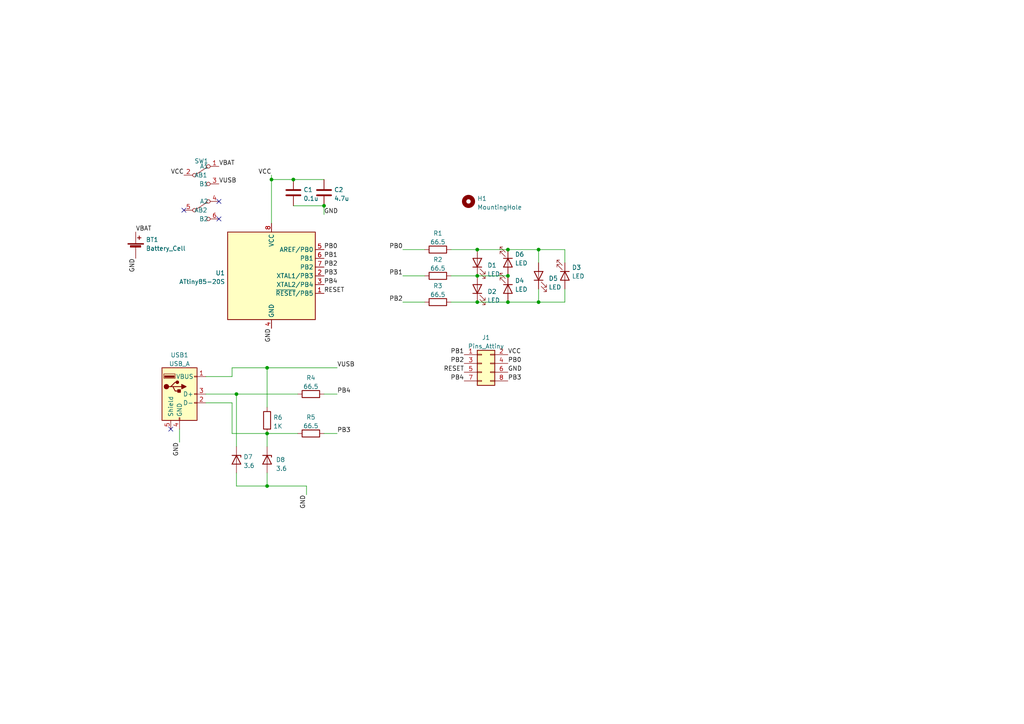
<source format=kicad_sch>
(kicad_sch (version 20230121) (generator eeschema)
  (paper "A4")
  (title_block (date "2023-10-08"))
  (lib_symbols
    (symbol "Connector:USB_A" (pin_names (offset 1.016))
      (property "Reference" "J" (at -5.08 11.43 0))
      (property "Value" "USB_A" (at -5.08 8.89 0))
      (symbol "USB_A_0_1"
        (rectangle (start -5.08 -7.62) (end 5.08 7.62) (stroke (width 0.254)) (fill (type background)))
        (circle (center -3.81 2.159) (radius 0.635) (stroke (width 0.254)) (fill (type outline)))
        (rectangle (start -1.524 4.826) (end -4.318 5.334) (fill (type outline)))
        (rectangle (start -1.27 4.572) (end -4.572 5.842))
        (circle (center -0.635 3.429) (radius 0.381) (stroke (width 0.254)) (fill (type outline)))
        (rectangle (start -0.127 -7.62) (end 0.127 -6.858))
        (polyline (pts (xy -3.175 2.159) (xy -2.54 2.159) (xy -1.27 3.429) (xy -0.635 3.429)) (stroke (width 0.254)))
        (polyline (pts (xy -2.54 2.159) (xy -1.905 2.159) (xy -1.27 0.889) (xy 0 0.889)) (stroke (width 0.254)))
        (polyline (pts (xy 0.635 2.794) (xy 0.635 1.524) (xy 1.905 2.159) (xy 0.635 2.794)) (stroke (width 0.254)) (fill (type outline)))
        (rectangle (start 0.254 1.27) (end -0.508 0.508) (stroke (width 0.254)) (fill (type outline)))
        (rectangle (start 5.08 -2.667) (end 4.318 -2.413))
        (rectangle (start 5.08 -0.127) (end 4.318 0.127))
        (rectangle (start 5.08 4.953) (end 4.318 5.207))
      )
      (symbol "USB_A_1_1"
        (polyline (pts (xy -1.905 2.159) (xy 0.635 2.159)) (stroke (width 0.254)))
        (pin power_in line (at 7.62 5.08 180) (length 2.54) (name "VBUS") (number "1"))
        (pin bidirectional line (at 7.62 -2.54 180) (length 2.54) (name "D-") (number "2"))
        (pin bidirectional line (at 7.62 0 180) (length 2.54) (name "D+") (number "3"))
        (pin power_in line (at 0 -10.16 90) (length 2.54) (name "GND") (number "4"))
        (pin passive line (at -2.54 -10.16 90) (length 2.54) (name "Shield") (number "5"))
      )
    )
    (symbol "Connector_Generic:Conn_02x04_Odd_Even" (pin_names (offset 1.016) hide)
      (property "Reference" "J" (at 1.27 5.08 0))
      (property "Value" "Conn_02x04_Odd_Even" (at 1.27 -7.62 0))
      (symbol "Conn_02x04_Odd_Even_1_1"
        (rectangle (start -1.27 -4.953) (end 0 -5.207) (stroke (width 0.1524)))
        (rectangle (start -1.27 -2.413) (end 0 -2.667) (stroke (width 0.1524)))
        (rectangle (start -1.27 0.127) (end 0 -0.127) (stroke (width 0.1524)))
        (rectangle (start -1.27 2.667) (end 0 2.413) (stroke (width 0.1524)))
        (rectangle (start -1.27 3.81) (end 3.81 -6.35) (stroke (width 0.254)) (fill (type background)))
        (rectangle (start 3.81 -4.953) (end 2.54 -5.207) (stroke (width 0.1524)))
        (rectangle (start 3.81 -2.413) (end 2.54 -2.667) (stroke (width 0.1524)))
        (rectangle (start 3.81 0.127) (end 2.54 -0.127) (stroke (width 0.1524)))
        (rectangle (start 3.81 2.667) (end 2.54 2.413) (stroke (width 0.1524)))
        (pin passive line (at -5.08 2.54 0) (length 3.81) (name "Pin_1") (number "1"))
        (pin passive line (at 7.62 2.54 180) (length 3.81) (name "Pin_2") (number "2"))
        (pin passive line (at -5.08 0 0) (length 3.81) (name "Pin_3") (number "3"))
        (pin passive line (at 7.62 0 180) (length 3.81) (name "Pin_4") (number "4"))
        (pin passive line (at -5.08 -2.54 0) (length 3.81) (name "Pin_5") (number "5"))
        (pin passive line (at 7.62 -2.54 180) (length 3.81) (name "Pin_6") (number "6"))
        (pin passive line (at -5.08 -5.08 0) (length 3.81) (name "Pin_7") (number "7"))
        (pin passive line (at 7.62 -5.08 180) (length 3.81) (name "Pin_8") (number "8"))
      )
    )
    (symbol "Device:Battery_Cell" (pin_numbers hide) (pin_names (offset 0) hide)
      (property "Reference" "BT" (at 2.54 2.54 0))
      (property "Value" "Battery_Cell" (at 2.54 0 0))
      (symbol "Battery_Cell_0_1"
        (rectangle (start -2.286 1.778) (end 2.286 1.524) (fill (type outline)))
        (rectangle (start -1.5748 1.1938) (end 1.4732 0.6858) (fill (type outline)))
        (polyline (pts (xy 0 0.762) (xy 0 0)))
        (polyline (pts (xy 0 1.778) (xy 0 2.54)))
        (polyline (pts (xy 0.508 3.429) (xy 1.524 3.429)) (stroke (width 0.254)))
        (polyline (pts (xy 1.016 3.937) (xy 1.016 2.921)) (stroke (width 0.254)))
      )
      (symbol "Battery_Cell_1_1"
        (pin passive line (at 0 5.08 270) (length 2.54) (name "+") (number "1"))
        (pin passive line (at 0 -2.54 90) (length 2.54) (name "-") (number "2"))
      )
    )
    (symbol "Device:C" (pin_numbers hide) (pin_names (offset 0.254))
      (property "Reference" "C" (at 0.635 2.54 0))
      (property "Value" "C" (at 0.635 -2.54 0))
      (symbol "C_0_1"
        (polyline (pts (xy -2.032 -0.762) (xy 2.032 -0.762)) (stroke (width 0.508)))
        (polyline (pts (xy -2.032 0.762) (xy 2.032 0.762)) (stroke (width 0.508)))
      )
      (symbol "C_1_1"
        (pin passive line (at 0 3.81 270) (length 2.794) (name "~") (number "1"))
        (pin passive line (at 0 -3.81 90) (length 2.794) (name "~") (number "2"))
      )
    )
    (symbol "Device:D_Zener" (pin_numbers hide) (pin_names (offset 1.016) hide)
      (property "Reference" "D" (at 0 2.54 0))
      (property "Value" "D_Zener" (at 0 -2.54 0))
      (symbol "D_Zener_0_1"
        (polyline (pts (xy 1.27 0) (xy -1.27 0)))
        (polyline (pts (xy -1.27 -1.27) (xy -1.27 1.27) (xy -0.762 1.27)) (stroke (width 0.254)))
        (polyline (pts (xy 1.27 -1.27) (xy 1.27 1.27) (xy -1.27 0) (xy 1.27 -1.27)) (stroke (width 0.254)))
      )
      (symbol "D_Zener_1_1"
        (pin passive line (at -3.81 0 0) (length 2.54) (name "K") (number "1"))
        (pin passive line (at 3.81 0 180) (length 2.54) (name "A") (number "2"))
      )
    )
    (symbol "Device:LED" (pin_numbers hide) (pin_names (offset 1.016) hide)
      (property "Reference" "D" (at 0 2.54 0))
      (property "Value" "LED" (at 0 -2.54 0))
      (symbol "LED_0_1"
        (polyline (pts (xy -1.27 -1.27) (xy -1.27 1.27)) (stroke (width 0.254)))
        (polyline (pts (xy -1.27 0) (xy 1.27 0)))
        (polyline (pts (xy 1.27 -1.27) (xy 1.27 1.27) (xy -1.27 0) (xy 1.27 -1.27)) (stroke (width 0.254)))
        (polyline (pts (xy -3.048 -0.762) (xy -4.572 -2.286) (xy -3.81 -2.286) (xy -4.572 -2.286) (xy -4.572 -1.524)))
        (polyline (pts (xy -1.778 -0.762) (xy -3.302 -2.286) (xy -2.54 -2.286) (xy -3.302 -2.286) (xy -3.302 -1.524)))
      )
      (symbol "LED_1_1"
        (pin passive line (at -3.81 0 0) (length 2.54) (name "K") (number "1"))
        (pin passive line (at 3.81 0 180) (length 2.54) (name "A") (number "2"))
      )
    )
    (symbol "Device:R" (pin_numbers hide) (pin_names (offset 0))
      (property "Reference" "R" (at 2.032 0 90))
      (property "Value" "R" (at 0 0 90))
      (symbol "R_0_1"
        (rectangle (start -1.016 -2.54) (end 1.016 2.54) (stroke (width 0.254)))
      )
      (symbol "R_1_1"
        (pin passive line (at 0 3.81 270) (length 1.27) (name "~") (number "1"))
        (pin passive line (at 0 -3.81 90) (length 1.27) (name "~") (number "2"))
      )
    )
    (symbol "MCU_Microchip_ATtiny:ATtiny85-20S"
      (property "Reference" "U" (at -12.7 13.97 0))
      (property "Value" "ATtiny85-20S" (at 2.54 -13.97 0))
      (symbol "ATtiny85-20S_0_1"
        (rectangle (start -12.7 -12.7) (end 12.7 12.7) (stroke (width 0.254)) (fill (type background)))
      )
      (symbol "ATtiny85-20S_1_1"
        (pin bidirectional line (at 15.24 -5.08 180) (length 2.54) (name "~{RESET}/PB5") (number "1"))
        (pin bidirectional line (at 15.24 0 180) (length 2.54) (name "XTAL1/PB3") (number "2"))
        (pin bidirectional line (at 15.24 -2.54 180) (length 2.54) (name "XTAL2/PB4") (number "3"))
        (pin power_in line (at 0 -15.24 90) (length 2.54) (name "GND") (number "4"))
        (pin bidirectional line (at 15.24 7.62 180) (length 2.54) (name "AREF/PB0") (number "5"))
        (pin bidirectional line (at 15.24 5.08 180) (length 2.54) (name "PB1") (number "6"))
        (pin bidirectional line (at 15.24 2.54 180) (length 2.54) (name "PB2") (number "7"))
        (pin power_in line (at 0 15.24 270) (length 2.54) (name "VCC") (number "8"))
      )
    )
    (symbol "Mechanical:MountingHole" (pin_names (offset 1.016))
      (property "Reference" "H" (at 0 5.08 0))
      (property "Value" "MountingHole" (at 0 3.175 0))
      (symbol "MountingHole_0_1"
        (circle (center 0 0) (radius 1.27) (stroke (width 1.27)))
      )
    )
    (symbol "hacrafu:DPDT"
      (property "Reference" "SW?" (at 0 1.27 0))
      (property "Value" "DPDT" (at 0 -1.27 0))
      (symbol "DPDT_0_0"
        (circle (center -3.302 -17.78) (radius 0.508))
        (circle (center -3.302 -7.62) (radius 0.508))
        (circle (center 0.762 -20.32) (radius 0.508))
        (circle (center 0.762 -10.16) (radius 0.508))
      )
      (symbol "DPDT_0_1"
        (polyline (pts (xy -2.794 -17.526) (xy 0.381 -15.494)))
        (polyline (pts (xy -2.794 -7.366) (xy 0.381 -5.334)))
        (circle (center 0.762 -15.24) (radius 0.508))
        (circle (center 0.762 -5.08) (radius 0.508))
      )
      (symbol "DPDT_1_1"
        (pin passive line (at 3.81 -5.08 180) (length 2.54) (name "A1") (number "1"))
        (pin passive line (at -6.35 -7.62 0) (length 2.54) (name "AB1") (number "2"))
        (pin passive line (at 3.81 -10.16 180) (length 2.54) (name "B1") (number "3"))
        (pin passive line (at 3.81 -15.24 180) (length 2.54) (name "A2") (number "4"))
        (pin passive line (at -6.35 -17.78 0) (length 2.54) (name "AB2") (number "5"))
        (pin passive line (at 3.81 -20.32 180) (length 2.54) (name "B2") (number "6"))
      )
    )
  )
  (junction (at 68.58 114.3))
  (junction (at 85.09 52.07))
  (junction (at 93.98 59.69))
  (junction (at 77.47 106.68))
  (junction (at 156.21 72.39))
  (junction (at 77.47 140.97))
  (junction (at 77.47 125.73))
  (junction (at 147.32 72.39))
  (junction (at 156.21 87.63))
  (junction (at 138.43 72.39))
  (junction (at 138.43 87.63))
  (junction (at 147.32 87.63))
  (junction (at 138.43 80.01))
  (junction (at 147.32 80.01))
  (junction (at 78.74 52.07))
  (no_connect (at 53.34 60.96))
  (no_connect (at 63.5 58.42))
  (no_connect (at 63.5 63.5))
  (no_connect (at 49.53 124.46))
  (wire (pts (xy 156.21 72.39) (xy 163.83 72.39)))
  (wire (pts (xy 77.47 106.68) (xy 97.79 106.68)))
  (wire (pts (xy 138.43 87.63) (xy 147.32 87.63)))
  (wire (pts (xy 147.32 72.39) (xy 156.21 72.39)))
  (wire (pts (xy 156.21 72.39) (xy 156.21 76.2)))
  (wire (pts (xy 130.81 80.01) (xy 138.43 80.01)))
  (wire (pts (xy 77.47 125.73) (xy 86.36 125.73)))
  (wire (pts (xy 130.81 87.63) (xy 138.43 87.63)))
  (wire (pts (xy 88.9 140.97) (xy 88.9 143.51)))
  (wire (pts (xy 67.31 106.68) (xy 67.31 109.22)))
  (wire (pts (xy 163.83 72.39) (xy 163.83 76.2)))
  (wire (pts (xy 93.98 114.3) (xy 97.79 114.3)))
  (wire (pts (xy 93.98 59.69) (xy 93.98 62.23)))
  (wire (pts (xy 116.84 80.01) (xy 123.19 80.01)))
  (wire (pts (xy 156.21 83.82) (xy 156.21 87.63)))
  (wire (pts (xy 68.58 140.97) (xy 77.47 140.97)))
  (wire (pts (xy 116.84 72.39) (xy 123.19 72.39)))
  (wire (pts (xy 93.98 125.73) (xy 97.79 125.73)))
  (wire (pts (xy 138.43 72.39) (xy 147.32 72.39)))
  (wire (pts (xy 59.69 114.3) (xy 68.58 114.3)))
  (wire (pts (xy 78.74 50.8) (xy 78.74 52.07)))
  (wire (pts (xy 77.47 137.16) (xy 77.47 140.97)))
  (wire (pts (xy 52.07 128.27) (xy 52.07 124.46)))
  (wire (pts (xy 67.31 125.73) (xy 67.31 116.84)))
  (wire (pts (xy 163.83 83.82) (xy 163.83 87.63)))
  (wire (pts (xy 67.31 109.22) (xy 59.69 109.22)))
  (wire (pts (xy 68.58 114.3) (xy 86.36 114.3)))
  (wire (pts (xy 77.47 129.54) (xy 77.47 125.73)))
  (wire (pts (xy 77.47 140.97) (xy 88.9 140.97)))
  (wire (pts (xy 156.21 87.63) (xy 163.83 87.63)))
  (wire (pts (xy 68.58 137.16) (xy 68.58 140.97)))
  (wire (pts (xy 77.47 125.73) (xy 67.31 125.73)))
  (wire (pts (xy 59.69 116.84) (xy 67.31 116.84)))
  (wire (pts (xy 78.74 52.07) (xy 85.09 52.07)))
  (wire (pts (xy 147.32 87.63) (xy 156.21 87.63)))
  (wire (pts (xy 67.31 106.68) (xy 77.47 106.68)))
  (wire (pts (xy 138.43 80.01) (xy 147.32 80.01)))
  (wire (pts (xy 77.47 106.68) (xy 77.47 118.11)))
  (wire (pts (xy 130.81 72.39) (xy 138.43 72.39)))
  (wire (pts (xy 85.09 59.69) (xy 93.98 59.69)))
  (wire (pts (xy 68.58 114.3) (xy 68.58 129.54)))
  (wire (pts (xy 85.09 52.07) (xy 93.98 52.07)))
  (wire (pts (xy 116.84 87.63) (xy 123.19 87.63)))
  (wire (pts (xy 78.74 52.07) (xy 78.74 64.77)))
  (label "VBAT" (at 63.5 48.26 0))
  (label "GND" (at 93.98 62.23 0))
  (label "GND" (at 147.32 107.95 0))
  (label "PB3" (at 97.79 125.73 0))
  (label "VUSB" (at 63.5 53.34 0))
  (label "PB1" (at 134.62 102.87 180))
  (label "VBAT" (at 39.37 67.31 0))
  (label "PB1" (at 116.84 80.01 180))
  (label "VUSB" (at 97.79 106.68 0))
  (label "VCC" (at 78.74 50.8 180))
  (label "PB2" (at 93.98 77.47 0))
  (label "PB4" (at 93.98 82.55 0))
  (label "VCC" (at 53.34 50.8 180))
  (label "PB3" (at 93.98 80.01 0))
  (label "PB1" (at 93.98 74.93 0))
  (label "PB3" (at 147.32 110.49 0))
  (label "PB4" (at 97.79 114.3 0))
  (label "GND" (at 52.07 128.27 270))
  (label "PB2" (at 116.84 87.63 180))
  (label "GND" (at 39.37 74.93 270))
  (label "VCC" (at 147.32 102.87 0))
  (label "RESET" (at 134.62 107.95 180))
  (label "PB4" (at 134.62 110.49 180))
  (label "GND" (at 88.9 143.51 270))
  (label "GND" (at 78.74 95.25 270))
  (label "PB0" (at 93.98 72.39 0))
  (label "PB2" (at 134.62 105.41 180))
  (label "PB0" (at 116.84 72.39 180))
  (label "PB0" (at 147.32 105.41 0))
  (label "RESET" (at 93.98 85.09 0))
  (symbol (lib_id "Device:LED") (at 147.32 76.2 270) (unit 1)
    (property "Reference" "D6" (at 149.352 73.7778 90) (effects (justify left)))
    (property "Value" "LED" (at 149.352 76.3147 90) (effects (justify left)))
    (property "Footprint" "footprints:LED_1206" (effects hide))
  )
  (symbol (lib_id "Connector:USB_A") (at 52.07 114.3 0) (unit 1)
    (property "Reference" "USB1" (at 52.07 102.9802 0))
    (property "Value" "USB_A" (at 52.07 105.5171 0))
    (property "Footprint" "footprints:usb-PCB" (effects hide))
    (property "Datasheet" " ~" (effects hide))
  )
  (symbol (lib_id "Mechanical:MountingHole") (at 135.89 58.42 0) (unit 1)
    (property "Reference" "H1" (at 138.43 57.5853 0) (effects (justify left)))
    (property "Value" "MountingHole" (at 138.43 60.1222 0) (effects (justify left)))
    (property "Footprint" "MountingHole:MountingHole_3.2mm_M3" (effects hide))
  )
  (symbol (lib_id "Device:LED") (at 156.21 80.01 90) (unit 1)
    (property "Reference" "D5" (at 159.131 80.7628 90) (effects (justify right)))
    (property "Value" "LED" (at 159.131 83.2997 90) (effects (justify right)))
    (property "Footprint" "footprints:LED_1206" (effects hide))
  )
  (symbol (lib_id "hacrafu:DPDT") (at 59.69 43.18 0) (unit 1)
    (property "Reference" "SW1" (at 58.42 46.7162 0))
    (property "Value" "SW_SPST" (effects hide))
    (property "Footprint" "footprints:Switch_MSS22D18" (effects hide))
  )
  (symbol (lib_id "Device:LED") (at 138.43 76.2 90) (unit 1)
    (property "Reference" "D1" (at 141.351 76.9528 90) (effects (justify right)))
    (property "Value" "LED" (at 141.351 79.4897 90) (effects (justify right)))
    (property "Footprint" "footprints:LED_1206" (effects hide))
  )
  (symbol (lib_id "Device:R") (at 90.17 114.3 270) (unit 1)
    (property "Reference" "R4" (at 90.17 109.5842 90))
    (property "Value" "66.5" (at 90.17 112.1211 90))
    (property "Footprint" "Resistor_SMD:R_1206_3216Metric_Pad1.30x1.75mm_HandSolder" (effects hide))
  )
  (symbol (lib_id "Device:LED") (at 138.43 83.82 90) (unit 1)
    (property "Reference" "D2" (at 141.351 84.5728 90) (effects (justify right)))
    (property "Value" "LED" (at 141.351 87.1097 90) (effects (justify right)))
    (property "Footprint" "footprints:LED_1206" (effects hide))
  )
  (symbol (lib_id "Device:R") (at 90.17 125.73 270) (unit 1)
    (property "Reference" "R5" (at 90.17 121.0142 90))
    (property "Value" "66.5" (at 90.17 123.5511 90))
    (property "Footprint" "Resistor_SMD:R_1206_3216Metric_Pad1.30x1.75mm_HandSolder" (effects hide))
  )
  (symbol (lib_id "Device:R") (at 77.47 121.92 0) (unit 1)
    (property "Reference" "R6" (at 79.248 121.0853 0) (effects (justify left)))
    (property "Value" "1K" (at 79.248 123.6222 0) (effects (justify left)))
    (property "Footprint" "Resistor_SMD:R_1206_3216Metric_Pad1.30x1.75mm_HandSolder" (effects hide))
  )
  (symbol (lib_id "Connector_Generic:Conn_02x04_Odd_Even") (at 139.7 105.41 0) (unit 1)
    (property "Reference" "J1" (at 140.97 97.9002 0))
    (property "Value" "Pins_Attiny" (at 140.97 100.4371 0))
    (property "Footprint" "hacrafu:PinHeader_2x04_Attiny" (effects hide))
  )
  (symbol (lib_id "Device:C") (at 85.09 55.88 0) (unit 1)
    (property "Reference" "C1" (at 88.011 55.0453 0) (effects (justify left)))
    (property "Value" "0.1u" (at 88.011 57.5822 0) (effects (justify left)))
    (property "Footprint" "Capacitor_SMD:C_1206_3216Metric_Pad1.33x1.80mm_HandSolder" (effects hide))
  )
  (symbol (lib_id "Device:Battery_Cell") (at 39.37 72.39 0) (unit 1)
    (property "Reference" "BT1" (at 42.291 69.5233 0) (effects (justify left)))
    (property "Value" "Battery_Cell" (at 42.291 72.0602 0) (effects (justify left)))
    (property "Footprint" "footprints:Batteryholder" (effects hide))
  )
  (symbol (lib_id "Device:LED") (at 163.83 80.01 270) (unit 1)
    (property "Reference" "D3" (at 165.862 77.5878 90) (effects (justify left)))
    (property "Value" "LED" (at 165.862 80.1247 90) (effects (justify left)))
    (property "Footprint" "footprints:LED_1206" (effects hide))
  )
  (symbol (lib_id "Device:LED") (at 147.32 83.82 270) (unit 1)
    (property "Reference" "D4" (at 149.352 81.3978 90) (effects (justify left)))
    (property "Value" "LED" (at 149.352 83.9347 90) (effects (justify left)))
    (property "Footprint" "footprints:LED_1206" (effects hide))
  )
  (symbol (lib_id "Device:R") (at 127 72.39 270) (unit 1)
    (property "Reference" "R1" (at 127 67.6742 90))
    (property "Value" "66.5" (at 127 70.2111 90))
    (property "Footprint" "Resistor_SMD:R_1206_3216Metric_Pad1.30x1.75mm_HandSolder" (effects hide))
  )
  (symbol (lib_id "MCU_Microchip_ATtiny:ATtiny85-20S") (at 78.74 80.01 0) (unit 1)
    (property "Reference" "U1" (at 65.2781 79.1753 0) (effects (justify right)))
    (property "Value" "ATtiny85-20S" (at 65.2781 81.7122 0) (effects (justify right)))
    (property "Footprint" "footprints:SOIC-8W_5.3x5.3mm_P1.27mm-breiter" (effects hide))
    (property "Datasheet" "http://ww1.microchip.com/downloads/en/DeviceDoc/atmel-2586-avr-8-bit-microcontroller-attiny25-attiny45-attiny85_datasheet.pdf" (effects hide))
  )
  (symbol (lib_id "Device:D_Zener") (at 77.47 133.35 270) (unit 1)
    (property "Reference" "D8" (at 80.01 133.35 90) (effects (justify left)))
    (property "Value" "3.6" (at 80.01 135.89 90) (effects (justify left)))
    (property "Footprint" "footprints:Z-Diode Minimelf" (effects hide))
  )
  (symbol (lib_id "Device:C") (at 93.98 55.88 0) (unit 1)
    (property "Reference" "C2" (at 96.901 55.0453 0) (effects (justify left)))
    (property "Value" "4.7u" (at 96.901 57.5822 0) (effects (justify left)))
    (property "Footprint" "Capacitor_SMD:C_1206_3216Metric_Pad1.33x1.80mm_HandSolder" (effects hide))
  )
  (symbol (lib_id "Device:R") (at 127 80.01 270) (unit 1)
    (property "Reference" "R2" (at 127 75.2942 90))
    (property "Value" "66.5" (at 127 77.8311 90))
    (property "Footprint" "Resistor_SMD:R_1206_3216Metric_Pad1.30x1.75mm_HandSolder" (effects hide))
  )
  (symbol (lib_id "Device:D_Zener") (at 68.58 133.35 270) (unit 1)
    (property "Reference" "D7" (at 70.612 132.5153 90) (effects (justify left)))
    (property "Value" "3.6" (at 70.612 135.0522 90) (effects (justify left)))
    (property "Footprint" "footprints:Z-Diode Minimelf" (effects hide))
  )
  (symbol (lib_id "Device:R") (at 127 87.63 270) (unit 1)
    (property "Reference" "R3" (at 127 82.9142 90))
    (property "Value" "66.5" (at 127 85.4511 90))
    (property "Footprint" "Resistor_SMD:R_1206_3216Metric_Pad1.30x1.75mm_HandSolder" (effects hide))
  )
)
</source>
